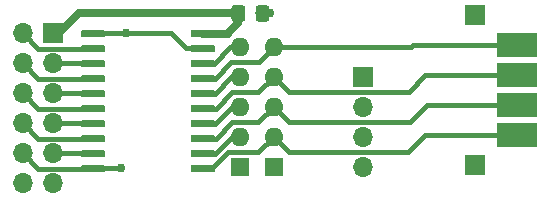
<source format=gtl>
G04 #@! TF.GenerationSoftware,KiCad,Pcbnew,(5.1.4)-1*
G04 #@! TF.CreationDate,2020-10-15T03:44:07+01:00*
G04 #@! TF.ProjectId,buffer,62756666-6572-42e6-9b69-6361645f7063,rev?*
G04 #@! TF.SameCoordinates,Original*
G04 #@! TF.FileFunction,Copper,L1,Top*
G04 #@! TF.FilePolarity,Positive*
%FSLAX46Y46*%
G04 Gerber Fmt 4.6, Leading zero omitted, Abs format (unit mm)*
G04 Created by KiCad (PCBNEW (5.1.4)-1) date 2020-10-15 03:44:07*
%MOMM*%
%LPD*%
G04 APERTURE LIST*
%ADD10R,1.600000X1.600000*%
%ADD11O,1.600000X1.600000*%
%ADD12O,1.700000X1.700000*%
%ADD13R,1.700000X1.700000*%
%ADD14C,0.100000*%
%ADD15C,0.600000*%
%ADD16C,1.150000*%
%ADD17R,3.500000X2.000000*%
%ADD18C,0.762000*%
%ADD19C,0.381000*%
%ADD20C,0.635000*%
G04 APERTURE END LIST*
D10*
X56178000Y-45679360D03*
D11*
X56178000Y-43139360D03*
X56178000Y-40599360D03*
X56178000Y-38059360D03*
X56178000Y-35519360D03*
D12*
X66617400Y-45730160D03*
X66617400Y-43190160D03*
X66617400Y-40650160D03*
D13*
X66617400Y-38110160D03*
X76033180Y-45504100D03*
X40353800Y-34376360D03*
D12*
X37813800Y-34376360D03*
X40353800Y-36916360D03*
X37813800Y-36916360D03*
X40353800Y-39456360D03*
X37813800Y-39456360D03*
X40353800Y-41996360D03*
X37813800Y-41996360D03*
X40353800Y-44536360D03*
X37813800Y-44536360D03*
X40353800Y-47076360D03*
X37813800Y-47076360D03*
D13*
X76040800Y-32801560D03*
D14*
G36*
X44619903Y-34102482D02*
G01*
X44634464Y-34104642D01*
X44648743Y-34108219D01*
X44662603Y-34113178D01*
X44675910Y-34119472D01*
X44688536Y-34127040D01*
X44700359Y-34135808D01*
X44711266Y-34145694D01*
X44721152Y-34156601D01*
X44729920Y-34168424D01*
X44737488Y-34181050D01*
X44743782Y-34194357D01*
X44748741Y-34208217D01*
X44752318Y-34222496D01*
X44754478Y-34237057D01*
X44755200Y-34251760D01*
X44755200Y-34551760D01*
X44754478Y-34566463D01*
X44752318Y-34581024D01*
X44748741Y-34595303D01*
X44743782Y-34609163D01*
X44737488Y-34622470D01*
X44729920Y-34635096D01*
X44721152Y-34646919D01*
X44711266Y-34657826D01*
X44700359Y-34667712D01*
X44688536Y-34676480D01*
X44675910Y-34684048D01*
X44662603Y-34690342D01*
X44648743Y-34695301D01*
X44634464Y-34698878D01*
X44619903Y-34701038D01*
X44605200Y-34701760D01*
X42855200Y-34701760D01*
X42840497Y-34701038D01*
X42825936Y-34698878D01*
X42811657Y-34695301D01*
X42797797Y-34690342D01*
X42784490Y-34684048D01*
X42771864Y-34676480D01*
X42760041Y-34667712D01*
X42749134Y-34657826D01*
X42739248Y-34646919D01*
X42730480Y-34635096D01*
X42722912Y-34622470D01*
X42716618Y-34609163D01*
X42711659Y-34595303D01*
X42708082Y-34581024D01*
X42705922Y-34566463D01*
X42705200Y-34551760D01*
X42705200Y-34251760D01*
X42705922Y-34237057D01*
X42708082Y-34222496D01*
X42711659Y-34208217D01*
X42716618Y-34194357D01*
X42722912Y-34181050D01*
X42730480Y-34168424D01*
X42739248Y-34156601D01*
X42749134Y-34145694D01*
X42760041Y-34135808D01*
X42771864Y-34127040D01*
X42784490Y-34119472D01*
X42797797Y-34113178D01*
X42811657Y-34108219D01*
X42825936Y-34104642D01*
X42840497Y-34102482D01*
X42855200Y-34101760D01*
X44605200Y-34101760D01*
X44619903Y-34102482D01*
X44619903Y-34102482D01*
G37*
D15*
X43730200Y-34401760D03*
D14*
G36*
X44619903Y-35372482D02*
G01*
X44634464Y-35374642D01*
X44648743Y-35378219D01*
X44662603Y-35383178D01*
X44675910Y-35389472D01*
X44688536Y-35397040D01*
X44700359Y-35405808D01*
X44711266Y-35415694D01*
X44721152Y-35426601D01*
X44729920Y-35438424D01*
X44737488Y-35451050D01*
X44743782Y-35464357D01*
X44748741Y-35478217D01*
X44752318Y-35492496D01*
X44754478Y-35507057D01*
X44755200Y-35521760D01*
X44755200Y-35821760D01*
X44754478Y-35836463D01*
X44752318Y-35851024D01*
X44748741Y-35865303D01*
X44743782Y-35879163D01*
X44737488Y-35892470D01*
X44729920Y-35905096D01*
X44721152Y-35916919D01*
X44711266Y-35927826D01*
X44700359Y-35937712D01*
X44688536Y-35946480D01*
X44675910Y-35954048D01*
X44662603Y-35960342D01*
X44648743Y-35965301D01*
X44634464Y-35968878D01*
X44619903Y-35971038D01*
X44605200Y-35971760D01*
X42855200Y-35971760D01*
X42840497Y-35971038D01*
X42825936Y-35968878D01*
X42811657Y-35965301D01*
X42797797Y-35960342D01*
X42784490Y-35954048D01*
X42771864Y-35946480D01*
X42760041Y-35937712D01*
X42749134Y-35927826D01*
X42739248Y-35916919D01*
X42730480Y-35905096D01*
X42722912Y-35892470D01*
X42716618Y-35879163D01*
X42711659Y-35865303D01*
X42708082Y-35851024D01*
X42705922Y-35836463D01*
X42705200Y-35821760D01*
X42705200Y-35521760D01*
X42705922Y-35507057D01*
X42708082Y-35492496D01*
X42711659Y-35478217D01*
X42716618Y-35464357D01*
X42722912Y-35451050D01*
X42730480Y-35438424D01*
X42739248Y-35426601D01*
X42749134Y-35415694D01*
X42760041Y-35405808D01*
X42771864Y-35397040D01*
X42784490Y-35389472D01*
X42797797Y-35383178D01*
X42811657Y-35378219D01*
X42825936Y-35374642D01*
X42840497Y-35372482D01*
X42855200Y-35371760D01*
X44605200Y-35371760D01*
X44619903Y-35372482D01*
X44619903Y-35372482D01*
G37*
D15*
X43730200Y-35671760D03*
D14*
G36*
X44619903Y-36642482D02*
G01*
X44634464Y-36644642D01*
X44648743Y-36648219D01*
X44662603Y-36653178D01*
X44675910Y-36659472D01*
X44688536Y-36667040D01*
X44700359Y-36675808D01*
X44711266Y-36685694D01*
X44721152Y-36696601D01*
X44729920Y-36708424D01*
X44737488Y-36721050D01*
X44743782Y-36734357D01*
X44748741Y-36748217D01*
X44752318Y-36762496D01*
X44754478Y-36777057D01*
X44755200Y-36791760D01*
X44755200Y-37091760D01*
X44754478Y-37106463D01*
X44752318Y-37121024D01*
X44748741Y-37135303D01*
X44743782Y-37149163D01*
X44737488Y-37162470D01*
X44729920Y-37175096D01*
X44721152Y-37186919D01*
X44711266Y-37197826D01*
X44700359Y-37207712D01*
X44688536Y-37216480D01*
X44675910Y-37224048D01*
X44662603Y-37230342D01*
X44648743Y-37235301D01*
X44634464Y-37238878D01*
X44619903Y-37241038D01*
X44605200Y-37241760D01*
X42855200Y-37241760D01*
X42840497Y-37241038D01*
X42825936Y-37238878D01*
X42811657Y-37235301D01*
X42797797Y-37230342D01*
X42784490Y-37224048D01*
X42771864Y-37216480D01*
X42760041Y-37207712D01*
X42749134Y-37197826D01*
X42739248Y-37186919D01*
X42730480Y-37175096D01*
X42722912Y-37162470D01*
X42716618Y-37149163D01*
X42711659Y-37135303D01*
X42708082Y-37121024D01*
X42705922Y-37106463D01*
X42705200Y-37091760D01*
X42705200Y-36791760D01*
X42705922Y-36777057D01*
X42708082Y-36762496D01*
X42711659Y-36748217D01*
X42716618Y-36734357D01*
X42722912Y-36721050D01*
X42730480Y-36708424D01*
X42739248Y-36696601D01*
X42749134Y-36685694D01*
X42760041Y-36675808D01*
X42771864Y-36667040D01*
X42784490Y-36659472D01*
X42797797Y-36653178D01*
X42811657Y-36648219D01*
X42825936Y-36644642D01*
X42840497Y-36642482D01*
X42855200Y-36641760D01*
X44605200Y-36641760D01*
X44619903Y-36642482D01*
X44619903Y-36642482D01*
G37*
D15*
X43730200Y-36941760D03*
D14*
G36*
X44619903Y-37912482D02*
G01*
X44634464Y-37914642D01*
X44648743Y-37918219D01*
X44662603Y-37923178D01*
X44675910Y-37929472D01*
X44688536Y-37937040D01*
X44700359Y-37945808D01*
X44711266Y-37955694D01*
X44721152Y-37966601D01*
X44729920Y-37978424D01*
X44737488Y-37991050D01*
X44743782Y-38004357D01*
X44748741Y-38018217D01*
X44752318Y-38032496D01*
X44754478Y-38047057D01*
X44755200Y-38061760D01*
X44755200Y-38361760D01*
X44754478Y-38376463D01*
X44752318Y-38391024D01*
X44748741Y-38405303D01*
X44743782Y-38419163D01*
X44737488Y-38432470D01*
X44729920Y-38445096D01*
X44721152Y-38456919D01*
X44711266Y-38467826D01*
X44700359Y-38477712D01*
X44688536Y-38486480D01*
X44675910Y-38494048D01*
X44662603Y-38500342D01*
X44648743Y-38505301D01*
X44634464Y-38508878D01*
X44619903Y-38511038D01*
X44605200Y-38511760D01*
X42855200Y-38511760D01*
X42840497Y-38511038D01*
X42825936Y-38508878D01*
X42811657Y-38505301D01*
X42797797Y-38500342D01*
X42784490Y-38494048D01*
X42771864Y-38486480D01*
X42760041Y-38477712D01*
X42749134Y-38467826D01*
X42739248Y-38456919D01*
X42730480Y-38445096D01*
X42722912Y-38432470D01*
X42716618Y-38419163D01*
X42711659Y-38405303D01*
X42708082Y-38391024D01*
X42705922Y-38376463D01*
X42705200Y-38361760D01*
X42705200Y-38061760D01*
X42705922Y-38047057D01*
X42708082Y-38032496D01*
X42711659Y-38018217D01*
X42716618Y-38004357D01*
X42722912Y-37991050D01*
X42730480Y-37978424D01*
X42739248Y-37966601D01*
X42749134Y-37955694D01*
X42760041Y-37945808D01*
X42771864Y-37937040D01*
X42784490Y-37929472D01*
X42797797Y-37923178D01*
X42811657Y-37918219D01*
X42825936Y-37914642D01*
X42840497Y-37912482D01*
X42855200Y-37911760D01*
X44605200Y-37911760D01*
X44619903Y-37912482D01*
X44619903Y-37912482D01*
G37*
D15*
X43730200Y-38211760D03*
D14*
G36*
X44619903Y-39182482D02*
G01*
X44634464Y-39184642D01*
X44648743Y-39188219D01*
X44662603Y-39193178D01*
X44675910Y-39199472D01*
X44688536Y-39207040D01*
X44700359Y-39215808D01*
X44711266Y-39225694D01*
X44721152Y-39236601D01*
X44729920Y-39248424D01*
X44737488Y-39261050D01*
X44743782Y-39274357D01*
X44748741Y-39288217D01*
X44752318Y-39302496D01*
X44754478Y-39317057D01*
X44755200Y-39331760D01*
X44755200Y-39631760D01*
X44754478Y-39646463D01*
X44752318Y-39661024D01*
X44748741Y-39675303D01*
X44743782Y-39689163D01*
X44737488Y-39702470D01*
X44729920Y-39715096D01*
X44721152Y-39726919D01*
X44711266Y-39737826D01*
X44700359Y-39747712D01*
X44688536Y-39756480D01*
X44675910Y-39764048D01*
X44662603Y-39770342D01*
X44648743Y-39775301D01*
X44634464Y-39778878D01*
X44619903Y-39781038D01*
X44605200Y-39781760D01*
X42855200Y-39781760D01*
X42840497Y-39781038D01*
X42825936Y-39778878D01*
X42811657Y-39775301D01*
X42797797Y-39770342D01*
X42784490Y-39764048D01*
X42771864Y-39756480D01*
X42760041Y-39747712D01*
X42749134Y-39737826D01*
X42739248Y-39726919D01*
X42730480Y-39715096D01*
X42722912Y-39702470D01*
X42716618Y-39689163D01*
X42711659Y-39675303D01*
X42708082Y-39661024D01*
X42705922Y-39646463D01*
X42705200Y-39631760D01*
X42705200Y-39331760D01*
X42705922Y-39317057D01*
X42708082Y-39302496D01*
X42711659Y-39288217D01*
X42716618Y-39274357D01*
X42722912Y-39261050D01*
X42730480Y-39248424D01*
X42739248Y-39236601D01*
X42749134Y-39225694D01*
X42760041Y-39215808D01*
X42771864Y-39207040D01*
X42784490Y-39199472D01*
X42797797Y-39193178D01*
X42811657Y-39188219D01*
X42825936Y-39184642D01*
X42840497Y-39182482D01*
X42855200Y-39181760D01*
X44605200Y-39181760D01*
X44619903Y-39182482D01*
X44619903Y-39182482D01*
G37*
D15*
X43730200Y-39481760D03*
D14*
G36*
X44619903Y-40452482D02*
G01*
X44634464Y-40454642D01*
X44648743Y-40458219D01*
X44662603Y-40463178D01*
X44675910Y-40469472D01*
X44688536Y-40477040D01*
X44700359Y-40485808D01*
X44711266Y-40495694D01*
X44721152Y-40506601D01*
X44729920Y-40518424D01*
X44737488Y-40531050D01*
X44743782Y-40544357D01*
X44748741Y-40558217D01*
X44752318Y-40572496D01*
X44754478Y-40587057D01*
X44755200Y-40601760D01*
X44755200Y-40901760D01*
X44754478Y-40916463D01*
X44752318Y-40931024D01*
X44748741Y-40945303D01*
X44743782Y-40959163D01*
X44737488Y-40972470D01*
X44729920Y-40985096D01*
X44721152Y-40996919D01*
X44711266Y-41007826D01*
X44700359Y-41017712D01*
X44688536Y-41026480D01*
X44675910Y-41034048D01*
X44662603Y-41040342D01*
X44648743Y-41045301D01*
X44634464Y-41048878D01*
X44619903Y-41051038D01*
X44605200Y-41051760D01*
X42855200Y-41051760D01*
X42840497Y-41051038D01*
X42825936Y-41048878D01*
X42811657Y-41045301D01*
X42797797Y-41040342D01*
X42784490Y-41034048D01*
X42771864Y-41026480D01*
X42760041Y-41017712D01*
X42749134Y-41007826D01*
X42739248Y-40996919D01*
X42730480Y-40985096D01*
X42722912Y-40972470D01*
X42716618Y-40959163D01*
X42711659Y-40945303D01*
X42708082Y-40931024D01*
X42705922Y-40916463D01*
X42705200Y-40901760D01*
X42705200Y-40601760D01*
X42705922Y-40587057D01*
X42708082Y-40572496D01*
X42711659Y-40558217D01*
X42716618Y-40544357D01*
X42722912Y-40531050D01*
X42730480Y-40518424D01*
X42739248Y-40506601D01*
X42749134Y-40495694D01*
X42760041Y-40485808D01*
X42771864Y-40477040D01*
X42784490Y-40469472D01*
X42797797Y-40463178D01*
X42811657Y-40458219D01*
X42825936Y-40454642D01*
X42840497Y-40452482D01*
X42855200Y-40451760D01*
X44605200Y-40451760D01*
X44619903Y-40452482D01*
X44619903Y-40452482D01*
G37*
D15*
X43730200Y-40751760D03*
D14*
G36*
X44619903Y-41722482D02*
G01*
X44634464Y-41724642D01*
X44648743Y-41728219D01*
X44662603Y-41733178D01*
X44675910Y-41739472D01*
X44688536Y-41747040D01*
X44700359Y-41755808D01*
X44711266Y-41765694D01*
X44721152Y-41776601D01*
X44729920Y-41788424D01*
X44737488Y-41801050D01*
X44743782Y-41814357D01*
X44748741Y-41828217D01*
X44752318Y-41842496D01*
X44754478Y-41857057D01*
X44755200Y-41871760D01*
X44755200Y-42171760D01*
X44754478Y-42186463D01*
X44752318Y-42201024D01*
X44748741Y-42215303D01*
X44743782Y-42229163D01*
X44737488Y-42242470D01*
X44729920Y-42255096D01*
X44721152Y-42266919D01*
X44711266Y-42277826D01*
X44700359Y-42287712D01*
X44688536Y-42296480D01*
X44675910Y-42304048D01*
X44662603Y-42310342D01*
X44648743Y-42315301D01*
X44634464Y-42318878D01*
X44619903Y-42321038D01*
X44605200Y-42321760D01*
X42855200Y-42321760D01*
X42840497Y-42321038D01*
X42825936Y-42318878D01*
X42811657Y-42315301D01*
X42797797Y-42310342D01*
X42784490Y-42304048D01*
X42771864Y-42296480D01*
X42760041Y-42287712D01*
X42749134Y-42277826D01*
X42739248Y-42266919D01*
X42730480Y-42255096D01*
X42722912Y-42242470D01*
X42716618Y-42229163D01*
X42711659Y-42215303D01*
X42708082Y-42201024D01*
X42705922Y-42186463D01*
X42705200Y-42171760D01*
X42705200Y-41871760D01*
X42705922Y-41857057D01*
X42708082Y-41842496D01*
X42711659Y-41828217D01*
X42716618Y-41814357D01*
X42722912Y-41801050D01*
X42730480Y-41788424D01*
X42739248Y-41776601D01*
X42749134Y-41765694D01*
X42760041Y-41755808D01*
X42771864Y-41747040D01*
X42784490Y-41739472D01*
X42797797Y-41733178D01*
X42811657Y-41728219D01*
X42825936Y-41724642D01*
X42840497Y-41722482D01*
X42855200Y-41721760D01*
X44605200Y-41721760D01*
X44619903Y-41722482D01*
X44619903Y-41722482D01*
G37*
D15*
X43730200Y-42021760D03*
D14*
G36*
X44619903Y-42992482D02*
G01*
X44634464Y-42994642D01*
X44648743Y-42998219D01*
X44662603Y-43003178D01*
X44675910Y-43009472D01*
X44688536Y-43017040D01*
X44700359Y-43025808D01*
X44711266Y-43035694D01*
X44721152Y-43046601D01*
X44729920Y-43058424D01*
X44737488Y-43071050D01*
X44743782Y-43084357D01*
X44748741Y-43098217D01*
X44752318Y-43112496D01*
X44754478Y-43127057D01*
X44755200Y-43141760D01*
X44755200Y-43441760D01*
X44754478Y-43456463D01*
X44752318Y-43471024D01*
X44748741Y-43485303D01*
X44743782Y-43499163D01*
X44737488Y-43512470D01*
X44729920Y-43525096D01*
X44721152Y-43536919D01*
X44711266Y-43547826D01*
X44700359Y-43557712D01*
X44688536Y-43566480D01*
X44675910Y-43574048D01*
X44662603Y-43580342D01*
X44648743Y-43585301D01*
X44634464Y-43588878D01*
X44619903Y-43591038D01*
X44605200Y-43591760D01*
X42855200Y-43591760D01*
X42840497Y-43591038D01*
X42825936Y-43588878D01*
X42811657Y-43585301D01*
X42797797Y-43580342D01*
X42784490Y-43574048D01*
X42771864Y-43566480D01*
X42760041Y-43557712D01*
X42749134Y-43547826D01*
X42739248Y-43536919D01*
X42730480Y-43525096D01*
X42722912Y-43512470D01*
X42716618Y-43499163D01*
X42711659Y-43485303D01*
X42708082Y-43471024D01*
X42705922Y-43456463D01*
X42705200Y-43441760D01*
X42705200Y-43141760D01*
X42705922Y-43127057D01*
X42708082Y-43112496D01*
X42711659Y-43098217D01*
X42716618Y-43084357D01*
X42722912Y-43071050D01*
X42730480Y-43058424D01*
X42739248Y-43046601D01*
X42749134Y-43035694D01*
X42760041Y-43025808D01*
X42771864Y-43017040D01*
X42784490Y-43009472D01*
X42797797Y-43003178D01*
X42811657Y-42998219D01*
X42825936Y-42994642D01*
X42840497Y-42992482D01*
X42855200Y-42991760D01*
X44605200Y-42991760D01*
X44619903Y-42992482D01*
X44619903Y-42992482D01*
G37*
D15*
X43730200Y-43291760D03*
D14*
G36*
X44619903Y-44262482D02*
G01*
X44634464Y-44264642D01*
X44648743Y-44268219D01*
X44662603Y-44273178D01*
X44675910Y-44279472D01*
X44688536Y-44287040D01*
X44700359Y-44295808D01*
X44711266Y-44305694D01*
X44721152Y-44316601D01*
X44729920Y-44328424D01*
X44737488Y-44341050D01*
X44743782Y-44354357D01*
X44748741Y-44368217D01*
X44752318Y-44382496D01*
X44754478Y-44397057D01*
X44755200Y-44411760D01*
X44755200Y-44711760D01*
X44754478Y-44726463D01*
X44752318Y-44741024D01*
X44748741Y-44755303D01*
X44743782Y-44769163D01*
X44737488Y-44782470D01*
X44729920Y-44795096D01*
X44721152Y-44806919D01*
X44711266Y-44817826D01*
X44700359Y-44827712D01*
X44688536Y-44836480D01*
X44675910Y-44844048D01*
X44662603Y-44850342D01*
X44648743Y-44855301D01*
X44634464Y-44858878D01*
X44619903Y-44861038D01*
X44605200Y-44861760D01*
X42855200Y-44861760D01*
X42840497Y-44861038D01*
X42825936Y-44858878D01*
X42811657Y-44855301D01*
X42797797Y-44850342D01*
X42784490Y-44844048D01*
X42771864Y-44836480D01*
X42760041Y-44827712D01*
X42749134Y-44817826D01*
X42739248Y-44806919D01*
X42730480Y-44795096D01*
X42722912Y-44782470D01*
X42716618Y-44769163D01*
X42711659Y-44755303D01*
X42708082Y-44741024D01*
X42705922Y-44726463D01*
X42705200Y-44711760D01*
X42705200Y-44411760D01*
X42705922Y-44397057D01*
X42708082Y-44382496D01*
X42711659Y-44368217D01*
X42716618Y-44354357D01*
X42722912Y-44341050D01*
X42730480Y-44328424D01*
X42739248Y-44316601D01*
X42749134Y-44305694D01*
X42760041Y-44295808D01*
X42771864Y-44287040D01*
X42784490Y-44279472D01*
X42797797Y-44273178D01*
X42811657Y-44268219D01*
X42825936Y-44264642D01*
X42840497Y-44262482D01*
X42855200Y-44261760D01*
X44605200Y-44261760D01*
X44619903Y-44262482D01*
X44619903Y-44262482D01*
G37*
D15*
X43730200Y-44561760D03*
D14*
G36*
X44619903Y-45532482D02*
G01*
X44634464Y-45534642D01*
X44648743Y-45538219D01*
X44662603Y-45543178D01*
X44675910Y-45549472D01*
X44688536Y-45557040D01*
X44700359Y-45565808D01*
X44711266Y-45575694D01*
X44721152Y-45586601D01*
X44729920Y-45598424D01*
X44737488Y-45611050D01*
X44743782Y-45624357D01*
X44748741Y-45638217D01*
X44752318Y-45652496D01*
X44754478Y-45667057D01*
X44755200Y-45681760D01*
X44755200Y-45981760D01*
X44754478Y-45996463D01*
X44752318Y-46011024D01*
X44748741Y-46025303D01*
X44743782Y-46039163D01*
X44737488Y-46052470D01*
X44729920Y-46065096D01*
X44721152Y-46076919D01*
X44711266Y-46087826D01*
X44700359Y-46097712D01*
X44688536Y-46106480D01*
X44675910Y-46114048D01*
X44662603Y-46120342D01*
X44648743Y-46125301D01*
X44634464Y-46128878D01*
X44619903Y-46131038D01*
X44605200Y-46131760D01*
X42855200Y-46131760D01*
X42840497Y-46131038D01*
X42825936Y-46128878D01*
X42811657Y-46125301D01*
X42797797Y-46120342D01*
X42784490Y-46114048D01*
X42771864Y-46106480D01*
X42760041Y-46097712D01*
X42749134Y-46087826D01*
X42739248Y-46076919D01*
X42730480Y-46065096D01*
X42722912Y-46052470D01*
X42716618Y-46039163D01*
X42711659Y-46025303D01*
X42708082Y-46011024D01*
X42705922Y-45996463D01*
X42705200Y-45981760D01*
X42705200Y-45681760D01*
X42705922Y-45667057D01*
X42708082Y-45652496D01*
X42711659Y-45638217D01*
X42716618Y-45624357D01*
X42722912Y-45611050D01*
X42730480Y-45598424D01*
X42739248Y-45586601D01*
X42749134Y-45575694D01*
X42760041Y-45565808D01*
X42771864Y-45557040D01*
X42784490Y-45549472D01*
X42797797Y-45543178D01*
X42811657Y-45538219D01*
X42825936Y-45534642D01*
X42840497Y-45532482D01*
X42855200Y-45531760D01*
X44605200Y-45531760D01*
X44619903Y-45532482D01*
X44619903Y-45532482D01*
G37*
D15*
X43730200Y-45831760D03*
D14*
G36*
X53919903Y-45532482D02*
G01*
X53934464Y-45534642D01*
X53948743Y-45538219D01*
X53962603Y-45543178D01*
X53975910Y-45549472D01*
X53988536Y-45557040D01*
X54000359Y-45565808D01*
X54011266Y-45575694D01*
X54021152Y-45586601D01*
X54029920Y-45598424D01*
X54037488Y-45611050D01*
X54043782Y-45624357D01*
X54048741Y-45638217D01*
X54052318Y-45652496D01*
X54054478Y-45667057D01*
X54055200Y-45681760D01*
X54055200Y-45981760D01*
X54054478Y-45996463D01*
X54052318Y-46011024D01*
X54048741Y-46025303D01*
X54043782Y-46039163D01*
X54037488Y-46052470D01*
X54029920Y-46065096D01*
X54021152Y-46076919D01*
X54011266Y-46087826D01*
X54000359Y-46097712D01*
X53988536Y-46106480D01*
X53975910Y-46114048D01*
X53962603Y-46120342D01*
X53948743Y-46125301D01*
X53934464Y-46128878D01*
X53919903Y-46131038D01*
X53905200Y-46131760D01*
X52155200Y-46131760D01*
X52140497Y-46131038D01*
X52125936Y-46128878D01*
X52111657Y-46125301D01*
X52097797Y-46120342D01*
X52084490Y-46114048D01*
X52071864Y-46106480D01*
X52060041Y-46097712D01*
X52049134Y-46087826D01*
X52039248Y-46076919D01*
X52030480Y-46065096D01*
X52022912Y-46052470D01*
X52016618Y-46039163D01*
X52011659Y-46025303D01*
X52008082Y-46011024D01*
X52005922Y-45996463D01*
X52005200Y-45981760D01*
X52005200Y-45681760D01*
X52005922Y-45667057D01*
X52008082Y-45652496D01*
X52011659Y-45638217D01*
X52016618Y-45624357D01*
X52022912Y-45611050D01*
X52030480Y-45598424D01*
X52039248Y-45586601D01*
X52049134Y-45575694D01*
X52060041Y-45565808D01*
X52071864Y-45557040D01*
X52084490Y-45549472D01*
X52097797Y-45543178D01*
X52111657Y-45538219D01*
X52125936Y-45534642D01*
X52140497Y-45532482D01*
X52155200Y-45531760D01*
X53905200Y-45531760D01*
X53919903Y-45532482D01*
X53919903Y-45532482D01*
G37*
D15*
X53030200Y-45831760D03*
D14*
G36*
X53919903Y-44262482D02*
G01*
X53934464Y-44264642D01*
X53948743Y-44268219D01*
X53962603Y-44273178D01*
X53975910Y-44279472D01*
X53988536Y-44287040D01*
X54000359Y-44295808D01*
X54011266Y-44305694D01*
X54021152Y-44316601D01*
X54029920Y-44328424D01*
X54037488Y-44341050D01*
X54043782Y-44354357D01*
X54048741Y-44368217D01*
X54052318Y-44382496D01*
X54054478Y-44397057D01*
X54055200Y-44411760D01*
X54055200Y-44711760D01*
X54054478Y-44726463D01*
X54052318Y-44741024D01*
X54048741Y-44755303D01*
X54043782Y-44769163D01*
X54037488Y-44782470D01*
X54029920Y-44795096D01*
X54021152Y-44806919D01*
X54011266Y-44817826D01*
X54000359Y-44827712D01*
X53988536Y-44836480D01*
X53975910Y-44844048D01*
X53962603Y-44850342D01*
X53948743Y-44855301D01*
X53934464Y-44858878D01*
X53919903Y-44861038D01*
X53905200Y-44861760D01*
X52155200Y-44861760D01*
X52140497Y-44861038D01*
X52125936Y-44858878D01*
X52111657Y-44855301D01*
X52097797Y-44850342D01*
X52084490Y-44844048D01*
X52071864Y-44836480D01*
X52060041Y-44827712D01*
X52049134Y-44817826D01*
X52039248Y-44806919D01*
X52030480Y-44795096D01*
X52022912Y-44782470D01*
X52016618Y-44769163D01*
X52011659Y-44755303D01*
X52008082Y-44741024D01*
X52005922Y-44726463D01*
X52005200Y-44711760D01*
X52005200Y-44411760D01*
X52005922Y-44397057D01*
X52008082Y-44382496D01*
X52011659Y-44368217D01*
X52016618Y-44354357D01*
X52022912Y-44341050D01*
X52030480Y-44328424D01*
X52039248Y-44316601D01*
X52049134Y-44305694D01*
X52060041Y-44295808D01*
X52071864Y-44287040D01*
X52084490Y-44279472D01*
X52097797Y-44273178D01*
X52111657Y-44268219D01*
X52125936Y-44264642D01*
X52140497Y-44262482D01*
X52155200Y-44261760D01*
X53905200Y-44261760D01*
X53919903Y-44262482D01*
X53919903Y-44262482D01*
G37*
D15*
X53030200Y-44561760D03*
D14*
G36*
X53919903Y-42992482D02*
G01*
X53934464Y-42994642D01*
X53948743Y-42998219D01*
X53962603Y-43003178D01*
X53975910Y-43009472D01*
X53988536Y-43017040D01*
X54000359Y-43025808D01*
X54011266Y-43035694D01*
X54021152Y-43046601D01*
X54029920Y-43058424D01*
X54037488Y-43071050D01*
X54043782Y-43084357D01*
X54048741Y-43098217D01*
X54052318Y-43112496D01*
X54054478Y-43127057D01*
X54055200Y-43141760D01*
X54055200Y-43441760D01*
X54054478Y-43456463D01*
X54052318Y-43471024D01*
X54048741Y-43485303D01*
X54043782Y-43499163D01*
X54037488Y-43512470D01*
X54029920Y-43525096D01*
X54021152Y-43536919D01*
X54011266Y-43547826D01*
X54000359Y-43557712D01*
X53988536Y-43566480D01*
X53975910Y-43574048D01*
X53962603Y-43580342D01*
X53948743Y-43585301D01*
X53934464Y-43588878D01*
X53919903Y-43591038D01*
X53905200Y-43591760D01*
X52155200Y-43591760D01*
X52140497Y-43591038D01*
X52125936Y-43588878D01*
X52111657Y-43585301D01*
X52097797Y-43580342D01*
X52084490Y-43574048D01*
X52071864Y-43566480D01*
X52060041Y-43557712D01*
X52049134Y-43547826D01*
X52039248Y-43536919D01*
X52030480Y-43525096D01*
X52022912Y-43512470D01*
X52016618Y-43499163D01*
X52011659Y-43485303D01*
X52008082Y-43471024D01*
X52005922Y-43456463D01*
X52005200Y-43441760D01*
X52005200Y-43141760D01*
X52005922Y-43127057D01*
X52008082Y-43112496D01*
X52011659Y-43098217D01*
X52016618Y-43084357D01*
X52022912Y-43071050D01*
X52030480Y-43058424D01*
X52039248Y-43046601D01*
X52049134Y-43035694D01*
X52060041Y-43025808D01*
X52071864Y-43017040D01*
X52084490Y-43009472D01*
X52097797Y-43003178D01*
X52111657Y-42998219D01*
X52125936Y-42994642D01*
X52140497Y-42992482D01*
X52155200Y-42991760D01*
X53905200Y-42991760D01*
X53919903Y-42992482D01*
X53919903Y-42992482D01*
G37*
D15*
X53030200Y-43291760D03*
D14*
G36*
X53919903Y-41722482D02*
G01*
X53934464Y-41724642D01*
X53948743Y-41728219D01*
X53962603Y-41733178D01*
X53975910Y-41739472D01*
X53988536Y-41747040D01*
X54000359Y-41755808D01*
X54011266Y-41765694D01*
X54021152Y-41776601D01*
X54029920Y-41788424D01*
X54037488Y-41801050D01*
X54043782Y-41814357D01*
X54048741Y-41828217D01*
X54052318Y-41842496D01*
X54054478Y-41857057D01*
X54055200Y-41871760D01*
X54055200Y-42171760D01*
X54054478Y-42186463D01*
X54052318Y-42201024D01*
X54048741Y-42215303D01*
X54043782Y-42229163D01*
X54037488Y-42242470D01*
X54029920Y-42255096D01*
X54021152Y-42266919D01*
X54011266Y-42277826D01*
X54000359Y-42287712D01*
X53988536Y-42296480D01*
X53975910Y-42304048D01*
X53962603Y-42310342D01*
X53948743Y-42315301D01*
X53934464Y-42318878D01*
X53919903Y-42321038D01*
X53905200Y-42321760D01*
X52155200Y-42321760D01*
X52140497Y-42321038D01*
X52125936Y-42318878D01*
X52111657Y-42315301D01*
X52097797Y-42310342D01*
X52084490Y-42304048D01*
X52071864Y-42296480D01*
X52060041Y-42287712D01*
X52049134Y-42277826D01*
X52039248Y-42266919D01*
X52030480Y-42255096D01*
X52022912Y-42242470D01*
X52016618Y-42229163D01*
X52011659Y-42215303D01*
X52008082Y-42201024D01*
X52005922Y-42186463D01*
X52005200Y-42171760D01*
X52005200Y-41871760D01*
X52005922Y-41857057D01*
X52008082Y-41842496D01*
X52011659Y-41828217D01*
X52016618Y-41814357D01*
X52022912Y-41801050D01*
X52030480Y-41788424D01*
X52039248Y-41776601D01*
X52049134Y-41765694D01*
X52060041Y-41755808D01*
X52071864Y-41747040D01*
X52084490Y-41739472D01*
X52097797Y-41733178D01*
X52111657Y-41728219D01*
X52125936Y-41724642D01*
X52140497Y-41722482D01*
X52155200Y-41721760D01*
X53905200Y-41721760D01*
X53919903Y-41722482D01*
X53919903Y-41722482D01*
G37*
D15*
X53030200Y-42021760D03*
D14*
G36*
X53919903Y-40452482D02*
G01*
X53934464Y-40454642D01*
X53948743Y-40458219D01*
X53962603Y-40463178D01*
X53975910Y-40469472D01*
X53988536Y-40477040D01*
X54000359Y-40485808D01*
X54011266Y-40495694D01*
X54021152Y-40506601D01*
X54029920Y-40518424D01*
X54037488Y-40531050D01*
X54043782Y-40544357D01*
X54048741Y-40558217D01*
X54052318Y-40572496D01*
X54054478Y-40587057D01*
X54055200Y-40601760D01*
X54055200Y-40901760D01*
X54054478Y-40916463D01*
X54052318Y-40931024D01*
X54048741Y-40945303D01*
X54043782Y-40959163D01*
X54037488Y-40972470D01*
X54029920Y-40985096D01*
X54021152Y-40996919D01*
X54011266Y-41007826D01*
X54000359Y-41017712D01*
X53988536Y-41026480D01*
X53975910Y-41034048D01*
X53962603Y-41040342D01*
X53948743Y-41045301D01*
X53934464Y-41048878D01*
X53919903Y-41051038D01*
X53905200Y-41051760D01*
X52155200Y-41051760D01*
X52140497Y-41051038D01*
X52125936Y-41048878D01*
X52111657Y-41045301D01*
X52097797Y-41040342D01*
X52084490Y-41034048D01*
X52071864Y-41026480D01*
X52060041Y-41017712D01*
X52049134Y-41007826D01*
X52039248Y-40996919D01*
X52030480Y-40985096D01*
X52022912Y-40972470D01*
X52016618Y-40959163D01*
X52011659Y-40945303D01*
X52008082Y-40931024D01*
X52005922Y-40916463D01*
X52005200Y-40901760D01*
X52005200Y-40601760D01*
X52005922Y-40587057D01*
X52008082Y-40572496D01*
X52011659Y-40558217D01*
X52016618Y-40544357D01*
X52022912Y-40531050D01*
X52030480Y-40518424D01*
X52039248Y-40506601D01*
X52049134Y-40495694D01*
X52060041Y-40485808D01*
X52071864Y-40477040D01*
X52084490Y-40469472D01*
X52097797Y-40463178D01*
X52111657Y-40458219D01*
X52125936Y-40454642D01*
X52140497Y-40452482D01*
X52155200Y-40451760D01*
X53905200Y-40451760D01*
X53919903Y-40452482D01*
X53919903Y-40452482D01*
G37*
D15*
X53030200Y-40751760D03*
D14*
G36*
X53919903Y-39182482D02*
G01*
X53934464Y-39184642D01*
X53948743Y-39188219D01*
X53962603Y-39193178D01*
X53975910Y-39199472D01*
X53988536Y-39207040D01*
X54000359Y-39215808D01*
X54011266Y-39225694D01*
X54021152Y-39236601D01*
X54029920Y-39248424D01*
X54037488Y-39261050D01*
X54043782Y-39274357D01*
X54048741Y-39288217D01*
X54052318Y-39302496D01*
X54054478Y-39317057D01*
X54055200Y-39331760D01*
X54055200Y-39631760D01*
X54054478Y-39646463D01*
X54052318Y-39661024D01*
X54048741Y-39675303D01*
X54043782Y-39689163D01*
X54037488Y-39702470D01*
X54029920Y-39715096D01*
X54021152Y-39726919D01*
X54011266Y-39737826D01*
X54000359Y-39747712D01*
X53988536Y-39756480D01*
X53975910Y-39764048D01*
X53962603Y-39770342D01*
X53948743Y-39775301D01*
X53934464Y-39778878D01*
X53919903Y-39781038D01*
X53905200Y-39781760D01*
X52155200Y-39781760D01*
X52140497Y-39781038D01*
X52125936Y-39778878D01*
X52111657Y-39775301D01*
X52097797Y-39770342D01*
X52084490Y-39764048D01*
X52071864Y-39756480D01*
X52060041Y-39747712D01*
X52049134Y-39737826D01*
X52039248Y-39726919D01*
X52030480Y-39715096D01*
X52022912Y-39702470D01*
X52016618Y-39689163D01*
X52011659Y-39675303D01*
X52008082Y-39661024D01*
X52005922Y-39646463D01*
X52005200Y-39631760D01*
X52005200Y-39331760D01*
X52005922Y-39317057D01*
X52008082Y-39302496D01*
X52011659Y-39288217D01*
X52016618Y-39274357D01*
X52022912Y-39261050D01*
X52030480Y-39248424D01*
X52039248Y-39236601D01*
X52049134Y-39225694D01*
X52060041Y-39215808D01*
X52071864Y-39207040D01*
X52084490Y-39199472D01*
X52097797Y-39193178D01*
X52111657Y-39188219D01*
X52125936Y-39184642D01*
X52140497Y-39182482D01*
X52155200Y-39181760D01*
X53905200Y-39181760D01*
X53919903Y-39182482D01*
X53919903Y-39182482D01*
G37*
D15*
X53030200Y-39481760D03*
D14*
G36*
X53919903Y-37912482D02*
G01*
X53934464Y-37914642D01*
X53948743Y-37918219D01*
X53962603Y-37923178D01*
X53975910Y-37929472D01*
X53988536Y-37937040D01*
X54000359Y-37945808D01*
X54011266Y-37955694D01*
X54021152Y-37966601D01*
X54029920Y-37978424D01*
X54037488Y-37991050D01*
X54043782Y-38004357D01*
X54048741Y-38018217D01*
X54052318Y-38032496D01*
X54054478Y-38047057D01*
X54055200Y-38061760D01*
X54055200Y-38361760D01*
X54054478Y-38376463D01*
X54052318Y-38391024D01*
X54048741Y-38405303D01*
X54043782Y-38419163D01*
X54037488Y-38432470D01*
X54029920Y-38445096D01*
X54021152Y-38456919D01*
X54011266Y-38467826D01*
X54000359Y-38477712D01*
X53988536Y-38486480D01*
X53975910Y-38494048D01*
X53962603Y-38500342D01*
X53948743Y-38505301D01*
X53934464Y-38508878D01*
X53919903Y-38511038D01*
X53905200Y-38511760D01*
X52155200Y-38511760D01*
X52140497Y-38511038D01*
X52125936Y-38508878D01*
X52111657Y-38505301D01*
X52097797Y-38500342D01*
X52084490Y-38494048D01*
X52071864Y-38486480D01*
X52060041Y-38477712D01*
X52049134Y-38467826D01*
X52039248Y-38456919D01*
X52030480Y-38445096D01*
X52022912Y-38432470D01*
X52016618Y-38419163D01*
X52011659Y-38405303D01*
X52008082Y-38391024D01*
X52005922Y-38376463D01*
X52005200Y-38361760D01*
X52005200Y-38061760D01*
X52005922Y-38047057D01*
X52008082Y-38032496D01*
X52011659Y-38018217D01*
X52016618Y-38004357D01*
X52022912Y-37991050D01*
X52030480Y-37978424D01*
X52039248Y-37966601D01*
X52049134Y-37955694D01*
X52060041Y-37945808D01*
X52071864Y-37937040D01*
X52084490Y-37929472D01*
X52097797Y-37923178D01*
X52111657Y-37918219D01*
X52125936Y-37914642D01*
X52140497Y-37912482D01*
X52155200Y-37911760D01*
X53905200Y-37911760D01*
X53919903Y-37912482D01*
X53919903Y-37912482D01*
G37*
D15*
X53030200Y-38211760D03*
D14*
G36*
X53919903Y-36642482D02*
G01*
X53934464Y-36644642D01*
X53948743Y-36648219D01*
X53962603Y-36653178D01*
X53975910Y-36659472D01*
X53988536Y-36667040D01*
X54000359Y-36675808D01*
X54011266Y-36685694D01*
X54021152Y-36696601D01*
X54029920Y-36708424D01*
X54037488Y-36721050D01*
X54043782Y-36734357D01*
X54048741Y-36748217D01*
X54052318Y-36762496D01*
X54054478Y-36777057D01*
X54055200Y-36791760D01*
X54055200Y-37091760D01*
X54054478Y-37106463D01*
X54052318Y-37121024D01*
X54048741Y-37135303D01*
X54043782Y-37149163D01*
X54037488Y-37162470D01*
X54029920Y-37175096D01*
X54021152Y-37186919D01*
X54011266Y-37197826D01*
X54000359Y-37207712D01*
X53988536Y-37216480D01*
X53975910Y-37224048D01*
X53962603Y-37230342D01*
X53948743Y-37235301D01*
X53934464Y-37238878D01*
X53919903Y-37241038D01*
X53905200Y-37241760D01*
X52155200Y-37241760D01*
X52140497Y-37241038D01*
X52125936Y-37238878D01*
X52111657Y-37235301D01*
X52097797Y-37230342D01*
X52084490Y-37224048D01*
X52071864Y-37216480D01*
X52060041Y-37207712D01*
X52049134Y-37197826D01*
X52039248Y-37186919D01*
X52030480Y-37175096D01*
X52022912Y-37162470D01*
X52016618Y-37149163D01*
X52011659Y-37135303D01*
X52008082Y-37121024D01*
X52005922Y-37106463D01*
X52005200Y-37091760D01*
X52005200Y-36791760D01*
X52005922Y-36777057D01*
X52008082Y-36762496D01*
X52011659Y-36748217D01*
X52016618Y-36734357D01*
X52022912Y-36721050D01*
X52030480Y-36708424D01*
X52039248Y-36696601D01*
X52049134Y-36685694D01*
X52060041Y-36675808D01*
X52071864Y-36667040D01*
X52084490Y-36659472D01*
X52097797Y-36653178D01*
X52111657Y-36648219D01*
X52125936Y-36644642D01*
X52140497Y-36642482D01*
X52155200Y-36641760D01*
X53905200Y-36641760D01*
X53919903Y-36642482D01*
X53919903Y-36642482D01*
G37*
D15*
X53030200Y-36941760D03*
D14*
G36*
X53919903Y-35372482D02*
G01*
X53934464Y-35374642D01*
X53948743Y-35378219D01*
X53962603Y-35383178D01*
X53975910Y-35389472D01*
X53988536Y-35397040D01*
X54000359Y-35405808D01*
X54011266Y-35415694D01*
X54021152Y-35426601D01*
X54029920Y-35438424D01*
X54037488Y-35451050D01*
X54043782Y-35464357D01*
X54048741Y-35478217D01*
X54052318Y-35492496D01*
X54054478Y-35507057D01*
X54055200Y-35521760D01*
X54055200Y-35821760D01*
X54054478Y-35836463D01*
X54052318Y-35851024D01*
X54048741Y-35865303D01*
X54043782Y-35879163D01*
X54037488Y-35892470D01*
X54029920Y-35905096D01*
X54021152Y-35916919D01*
X54011266Y-35927826D01*
X54000359Y-35937712D01*
X53988536Y-35946480D01*
X53975910Y-35954048D01*
X53962603Y-35960342D01*
X53948743Y-35965301D01*
X53934464Y-35968878D01*
X53919903Y-35971038D01*
X53905200Y-35971760D01*
X52155200Y-35971760D01*
X52140497Y-35971038D01*
X52125936Y-35968878D01*
X52111657Y-35965301D01*
X52097797Y-35960342D01*
X52084490Y-35954048D01*
X52071864Y-35946480D01*
X52060041Y-35937712D01*
X52049134Y-35927826D01*
X52039248Y-35916919D01*
X52030480Y-35905096D01*
X52022912Y-35892470D01*
X52016618Y-35879163D01*
X52011659Y-35865303D01*
X52008082Y-35851024D01*
X52005922Y-35836463D01*
X52005200Y-35821760D01*
X52005200Y-35521760D01*
X52005922Y-35507057D01*
X52008082Y-35492496D01*
X52011659Y-35478217D01*
X52016618Y-35464357D01*
X52022912Y-35451050D01*
X52030480Y-35438424D01*
X52039248Y-35426601D01*
X52049134Y-35415694D01*
X52060041Y-35405808D01*
X52071864Y-35397040D01*
X52084490Y-35389472D01*
X52097797Y-35383178D01*
X52111657Y-35378219D01*
X52125936Y-35374642D01*
X52140497Y-35372482D01*
X52155200Y-35371760D01*
X53905200Y-35371760D01*
X53919903Y-35372482D01*
X53919903Y-35372482D01*
G37*
D15*
X53030200Y-35671760D03*
D14*
G36*
X53919903Y-34102482D02*
G01*
X53934464Y-34104642D01*
X53948743Y-34108219D01*
X53962603Y-34113178D01*
X53975910Y-34119472D01*
X53988536Y-34127040D01*
X54000359Y-34135808D01*
X54011266Y-34145694D01*
X54021152Y-34156601D01*
X54029920Y-34168424D01*
X54037488Y-34181050D01*
X54043782Y-34194357D01*
X54048741Y-34208217D01*
X54052318Y-34222496D01*
X54054478Y-34237057D01*
X54055200Y-34251760D01*
X54055200Y-34551760D01*
X54054478Y-34566463D01*
X54052318Y-34581024D01*
X54048741Y-34595303D01*
X54043782Y-34609163D01*
X54037488Y-34622470D01*
X54029920Y-34635096D01*
X54021152Y-34646919D01*
X54011266Y-34657826D01*
X54000359Y-34667712D01*
X53988536Y-34676480D01*
X53975910Y-34684048D01*
X53962603Y-34690342D01*
X53948743Y-34695301D01*
X53934464Y-34698878D01*
X53919903Y-34701038D01*
X53905200Y-34701760D01*
X52155200Y-34701760D01*
X52140497Y-34701038D01*
X52125936Y-34698878D01*
X52111657Y-34695301D01*
X52097797Y-34690342D01*
X52084490Y-34684048D01*
X52071864Y-34676480D01*
X52060041Y-34667712D01*
X52049134Y-34657826D01*
X52039248Y-34646919D01*
X52030480Y-34635096D01*
X52022912Y-34622470D01*
X52016618Y-34609163D01*
X52011659Y-34595303D01*
X52008082Y-34581024D01*
X52005922Y-34566463D01*
X52005200Y-34551760D01*
X52005200Y-34251760D01*
X52005922Y-34237057D01*
X52008082Y-34222496D01*
X52011659Y-34208217D01*
X52016618Y-34194357D01*
X52022912Y-34181050D01*
X52030480Y-34168424D01*
X52039248Y-34156601D01*
X52049134Y-34145694D01*
X52060041Y-34135808D01*
X52071864Y-34127040D01*
X52084490Y-34119472D01*
X52097797Y-34113178D01*
X52111657Y-34108219D01*
X52125936Y-34104642D01*
X52140497Y-34102482D01*
X52155200Y-34101760D01*
X53905200Y-34101760D01*
X53919903Y-34102482D01*
X53919903Y-34102482D01*
G37*
D15*
X53030200Y-34401760D03*
D11*
X59022800Y-35519360D03*
X59022800Y-38059360D03*
X59022800Y-40599360D03*
X59022800Y-43139360D03*
D10*
X59022800Y-45679360D03*
D14*
G36*
X58426505Y-32002164D02*
G01*
X58450773Y-32005764D01*
X58474572Y-32011725D01*
X58497671Y-32019990D01*
X58519850Y-32030480D01*
X58540893Y-32043092D01*
X58560599Y-32057707D01*
X58578777Y-32074183D01*
X58595253Y-32092361D01*
X58609868Y-32112067D01*
X58622480Y-32133110D01*
X58632970Y-32155289D01*
X58641235Y-32178388D01*
X58647196Y-32202187D01*
X58650796Y-32226455D01*
X58652000Y-32250959D01*
X58652000Y-33150961D01*
X58650796Y-33175465D01*
X58647196Y-33199733D01*
X58641235Y-33223532D01*
X58632970Y-33246631D01*
X58622480Y-33268810D01*
X58609868Y-33289853D01*
X58595253Y-33309559D01*
X58578777Y-33327737D01*
X58560599Y-33344213D01*
X58540893Y-33358828D01*
X58519850Y-33371440D01*
X58497671Y-33381930D01*
X58474572Y-33390195D01*
X58450773Y-33396156D01*
X58426505Y-33399756D01*
X58402001Y-33400960D01*
X57751999Y-33400960D01*
X57727495Y-33399756D01*
X57703227Y-33396156D01*
X57679428Y-33390195D01*
X57656329Y-33381930D01*
X57634150Y-33371440D01*
X57613107Y-33358828D01*
X57593401Y-33344213D01*
X57575223Y-33327737D01*
X57558747Y-33309559D01*
X57544132Y-33289853D01*
X57531520Y-33268810D01*
X57521030Y-33246631D01*
X57512765Y-33223532D01*
X57506804Y-33199733D01*
X57503204Y-33175465D01*
X57502000Y-33150961D01*
X57502000Y-32250959D01*
X57503204Y-32226455D01*
X57506804Y-32202187D01*
X57512765Y-32178388D01*
X57521030Y-32155289D01*
X57531520Y-32133110D01*
X57544132Y-32112067D01*
X57558747Y-32092361D01*
X57575223Y-32074183D01*
X57593401Y-32057707D01*
X57613107Y-32043092D01*
X57634150Y-32030480D01*
X57656329Y-32019990D01*
X57679428Y-32011725D01*
X57703227Y-32005764D01*
X57727495Y-32002164D01*
X57751999Y-32000960D01*
X58402001Y-32000960D01*
X58426505Y-32002164D01*
X58426505Y-32002164D01*
G37*
D16*
X58077000Y-32700960D03*
D14*
G36*
X56376505Y-32002164D02*
G01*
X56400773Y-32005764D01*
X56424572Y-32011725D01*
X56447671Y-32019990D01*
X56469850Y-32030480D01*
X56490893Y-32043092D01*
X56510599Y-32057707D01*
X56528777Y-32074183D01*
X56545253Y-32092361D01*
X56559868Y-32112067D01*
X56572480Y-32133110D01*
X56582970Y-32155289D01*
X56591235Y-32178388D01*
X56597196Y-32202187D01*
X56600796Y-32226455D01*
X56602000Y-32250959D01*
X56602000Y-33150961D01*
X56600796Y-33175465D01*
X56597196Y-33199733D01*
X56591235Y-33223532D01*
X56582970Y-33246631D01*
X56572480Y-33268810D01*
X56559868Y-33289853D01*
X56545253Y-33309559D01*
X56528777Y-33327737D01*
X56510599Y-33344213D01*
X56490893Y-33358828D01*
X56469850Y-33371440D01*
X56447671Y-33381930D01*
X56424572Y-33390195D01*
X56400773Y-33396156D01*
X56376505Y-33399756D01*
X56352001Y-33400960D01*
X55701999Y-33400960D01*
X55677495Y-33399756D01*
X55653227Y-33396156D01*
X55629428Y-33390195D01*
X55606329Y-33381930D01*
X55584150Y-33371440D01*
X55563107Y-33358828D01*
X55543401Y-33344213D01*
X55525223Y-33327737D01*
X55508747Y-33309559D01*
X55494132Y-33289853D01*
X55481520Y-33268810D01*
X55471030Y-33246631D01*
X55462765Y-33223532D01*
X55456804Y-33199733D01*
X55453204Y-33175465D01*
X55452000Y-33150961D01*
X55452000Y-32250959D01*
X55453204Y-32226455D01*
X55456804Y-32202187D01*
X55462765Y-32178388D01*
X55471030Y-32155289D01*
X55481520Y-32133110D01*
X55494132Y-32112067D01*
X55508747Y-32092361D01*
X55525223Y-32074183D01*
X55543401Y-32057707D01*
X55563107Y-32043092D01*
X55584150Y-32030480D01*
X55606329Y-32019990D01*
X55629428Y-32011725D01*
X55653227Y-32005764D01*
X55677495Y-32002164D01*
X55701999Y-32000960D01*
X56352001Y-32000960D01*
X56376505Y-32002164D01*
X56376505Y-32002164D01*
G37*
D16*
X56027000Y-32700960D03*
D17*
X79601880Y-35379660D03*
X79601880Y-37919660D03*
X79601880Y-40459660D03*
X79601880Y-42999660D03*
D18*
X46507000Y-34395960D03*
X58712000Y-32700960D03*
X46084040Y-45813980D03*
D19*
X46507000Y-34395960D02*
X44672000Y-34395960D01*
X58077000Y-32700960D02*
X58712000Y-32700960D01*
X44402000Y-45815960D02*
X46082060Y-45815960D01*
X46082060Y-45815960D02*
X46084040Y-45813980D01*
X39109200Y-45831760D02*
X43730200Y-45831760D01*
X37813800Y-44536360D02*
X39109200Y-45831760D01*
X46807000Y-34395960D02*
X46507000Y-34395960D01*
X50330200Y-34395960D02*
X46807000Y-34395960D01*
X52667000Y-35665960D02*
X51600200Y-35665960D01*
X51600200Y-35665960D02*
X50330200Y-34395960D01*
X43704800Y-39456360D02*
X43730200Y-39481760D01*
X40353800Y-39456360D02*
X43704800Y-39456360D01*
X40373400Y-36935960D02*
X40353800Y-36916360D01*
X43704800Y-36916360D02*
X43730200Y-36941760D01*
X40353800Y-36916360D02*
X43704800Y-36916360D01*
D20*
X56027000Y-32700960D02*
X56027000Y-33500960D01*
X55142000Y-34385960D02*
X56027000Y-33500960D01*
X55352000Y-32700960D02*
X56027000Y-32700960D01*
X42562600Y-32700960D02*
X55352000Y-32700960D01*
X40353800Y-34376360D02*
X40887200Y-34376360D01*
X40887200Y-34376360D02*
X42562600Y-32700960D01*
X55126200Y-34401760D02*
X53028400Y-34401760D01*
X55142000Y-34385960D02*
X55126200Y-34401760D01*
D19*
X54019000Y-38211760D02*
X53030200Y-38211760D01*
X55429800Y-36800960D02*
X54019000Y-38211760D01*
X57741200Y-36800960D02*
X55429800Y-36800960D01*
X59022800Y-35519360D02*
X57741200Y-36800960D01*
X79599340Y-35382200D02*
X79601880Y-35379660D01*
X70785540Y-35382200D02*
X79599340Y-35382200D01*
X59022800Y-35519360D02*
X70648380Y-35519360D01*
X70648380Y-35519360D02*
X70785540Y-35382200D01*
X54120600Y-40751760D02*
X53030200Y-40751760D01*
X55521400Y-39350960D02*
X54120600Y-40751760D01*
X57731200Y-39350960D02*
X59022800Y-38059360D01*
X55521400Y-39350960D02*
X57731200Y-39350960D01*
X60317301Y-39353861D02*
X59022800Y-38059360D01*
X70443539Y-39353861D02*
X60317301Y-39353861D01*
X79601880Y-37919660D02*
X71877740Y-37919660D01*
X71877740Y-37919660D02*
X70443539Y-39353861D01*
X39110998Y-35671760D02*
X43730200Y-35671760D01*
X37813800Y-34376360D02*
X39110099Y-35672659D01*
X39110099Y-35672659D02*
X39110998Y-35671760D01*
X39109200Y-38211760D02*
X43730200Y-38211760D01*
X37813800Y-36916360D02*
X39109200Y-38211760D01*
X39109200Y-40751760D02*
X43730200Y-40751760D01*
X37813800Y-39456360D02*
X39109200Y-40751760D01*
X43704800Y-41996360D02*
X43730200Y-42021760D01*
X40353800Y-41996360D02*
X43704800Y-41996360D01*
X39109200Y-43291760D02*
X43730200Y-43291760D01*
X37813800Y-41996360D02*
X39109200Y-43291760D01*
X43704800Y-44536360D02*
X43730200Y-44561760D01*
X40353800Y-44536360D02*
X43704800Y-44536360D01*
X53942800Y-36941760D02*
X53030200Y-36941760D01*
X56178000Y-35519360D02*
X55365200Y-35519360D01*
X55365200Y-35519360D02*
X53942800Y-36941760D01*
X54044400Y-39481760D02*
X53030200Y-39481760D01*
X55445200Y-38080960D02*
X54044400Y-39481760D01*
X54095200Y-42021760D02*
X53030200Y-42021760D01*
X55496000Y-40620960D02*
X54095200Y-42021760D01*
X54069800Y-44561760D02*
X53030200Y-44561760D01*
X55470600Y-43160960D02*
X54069800Y-44561760D01*
X54120600Y-43291760D02*
X53030200Y-43291760D01*
X55511400Y-41900960D02*
X54120600Y-43291760D01*
X60317301Y-41893861D02*
X59022800Y-40599360D01*
X70580699Y-41893861D02*
X60317301Y-41893861D01*
X79601880Y-40459660D02*
X72014900Y-40459660D01*
X72014900Y-40459660D02*
X70580699Y-41893861D01*
X57721200Y-41900960D02*
X59022800Y-40599360D01*
X55511400Y-41900960D02*
X57721200Y-41900960D01*
X57711200Y-44450960D02*
X59022800Y-43139360D01*
X55120400Y-44450960D02*
X57711200Y-44450960D01*
X53030200Y-45831760D02*
X53739600Y-45831760D01*
X53739600Y-45831760D02*
X55120400Y-44450960D01*
X70418139Y-44433861D02*
X60317301Y-44433861D01*
X71852340Y-42999660D02*
X70418139Y-44433861D01*
X60317301Y-44433861D02*
X59022800Y-43139360D01*
X79601880Y-42999660D02*
X71852340Y-42999660D01*
M02*

</source>
